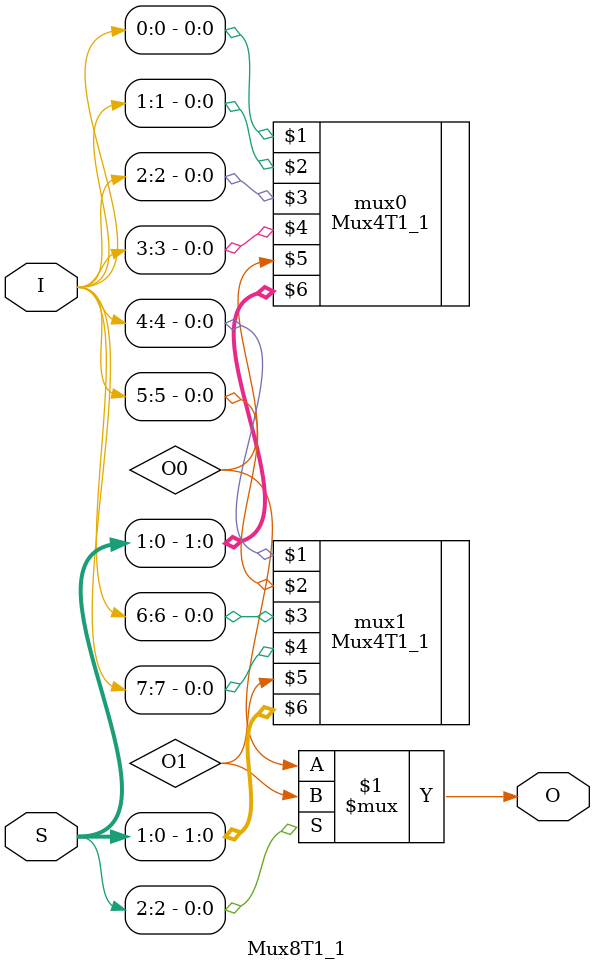
<source format=v>
module Mux8T1_1( 
    input [7:0] I,
    input [2:0] S,
    output O 
);
    wire O0, O1;
    Mux4T1_1 mux0(I[0], I[1], I[2], I[3], O0, S[1:0]);
    Mux4T1_1 mux1(I[4], I[5], I[6], I[7], O1, S[1:0]);
    assign O = S[2] ? O1 : O0;
endmodule
</source>
